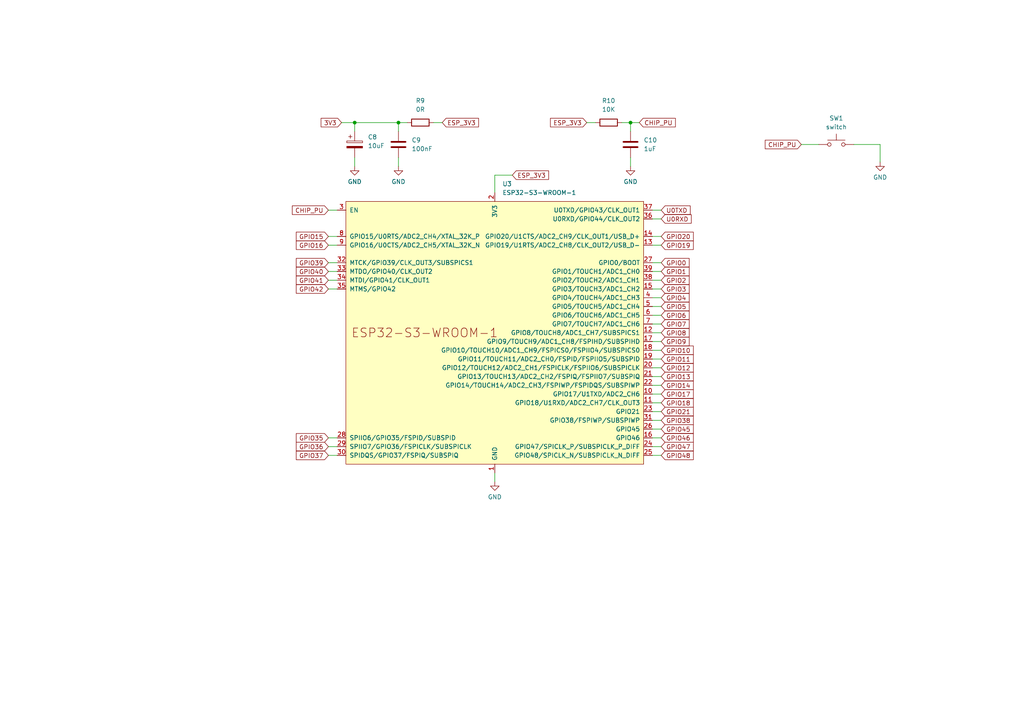
<source format=kicad_sch>
(kicad_sch (version 20231120) (generator "eeschema") (generator_version "8.0")
  (paper "A4")
  (lib_symbols
    (symbol "Device:C" (pin_numbers hide) (pin_names (offset 0.254))
      (property "Reference" "C" (at 0.635 2.54 0))
      (property "Value" "C" (at 0.635 -2.54 0))
      (symbol "C_0_1"
        (polyline (pts (xy -2.032 -0.762) (xy 2.032 -0.762)) (stroke (width 0.508)))
        (polyline (pts (xy -2.032 0.762) (xy 2.032 0.762)) (stroke (width 0.508)))
      )
      (symbol "C_1_1"
        (pin passive line (at 0 3.81 270) (length 2.794) (name "~") (number "1"))
        (pin passive line (at 0 -3.81 90) (length 2.794) (name "~") (number "2"))
      )
    )
    (symbol "Device:C_Polarized" (pin_numbers hide) (pin_names (offset 0.254))
      (property "Reference" "C" (at 0.635 2.54 0))
      (property "Value" "C_Polarized" (at 0.635 -2.54 0))
      (symbol "C_Polarized_0_1"
        (rectangle (start -2.286 0.508) (end 2.286 1.016))
        (polyline (pts (xy -1.778 2.286) (xy -0.762 2.286)))
        (polyline (pts (xy -1.27 2.794) (xy -1.27 1.778)))
        (rectangle (start 2.286 -0.508) (end -2.286 -1.016) (fill (type outline)))
      )
      (symbol "C_Polarized_1_1"
        (pin passive line (at 0 3.81 270) (length 2.794) (name "~") (number "1"))
        (pin passive line (at 0 -3.81 90) (length 2.794) (name "~") (number "2"))
      )
    )
    (symbol "Device:R" (pin_numbers hide) (pin_names (offset 0))
      (property "Reference" "R" (at 2.032 0 90))
      (property "Value" "R" (at 0 0 90))
      (symbol "R_0_1"
        (rectangle (start -1.016 -2.54) (end 1.016 2.54) (stroke (width 0.254)))
      )
      (symbol "R_1_1"
        (pin passive line (at 0 3.81 270) (length 1.27) (name "~") (number "1"))
        (pin passive line (at 0 -3.81 90) (length 1.27) (name "~") (number "2"))
      )
    )
    (symbol "Espressif:ESP32-S3-WROOM-1" (pin_names (offset 1.016))
      (property "Reference" "U" (at -43.18 43.18 0))
      (property "Value" "ESP32-S3-WROOM-1" (at -43.18 40.64 0))
      (symbol "ESP32-S3-WROOM-1_0_0"
        (text "ESP32-S3-WROOM-1" (at -20.32 0 0) (effects (font (size 2.54 2.54))))
        (pin power_in line (at 0 -40.64 90) (length 2.54) (name "GND") (number "1"))
        (pin bidirectional line (at 45.72 -17.78 180) (length 2.54) (name "GPIO17/U1TXD/ADC2_CH6") (number "10"))
        (pin bidirectional line (at 45.72 -20.32 180) (length 2.54) (name "GPIO18/U1RXD/ADC2_CH7/CLK_OUT3") (number "11"))
        (pin bidirectional line (at 45.72 0 180) (length 2.54) (name "GPIO8/TOUCH8/ADC1_CH7/SUBSPICS1") (number "12"))
        (pin bidirectional line (at 45.72 25.4 180) (length 2.54) (name "GPIO19/U1RTS/ADC2_CH8/CLK_OUT2/USB_D-") (number "13"))
        (pin bidirectional line (at 45.72 27.94 180) (length 2.54) (name "GPIO20/U1CTS/ADC2_CH9/CLK_OUT1/USB_D+") (number "14"))
        (pin bidirectional line (at 45.72 12.7 180) (length 2.54) (name "GPIO3/TOUCH3/ADC1_CH2") (number "15"))
        (pin bidirectional line (at 45.72 -30.48 180) (length 2.54) (name "GPIO46") (number "16"))
        (pin bidirectional line (at 45.72 -2.54 180) (length 2.54) (name "GPIO9/TOUCH9/ADC1_CH8/FSPIHD/SUBSPIHD") (number "17"))
        (pin bidirectional line (at 45.72 -5.08 180) (length 2.54) (name "GPIO10/TOUCH10/ADC1_CH9/FSPICS0/FSPIIO4/SUBSPICS0") (number "18"))
        (pin bidirectional line (at 45.72 -7.62 180) (length 2.54) (name "GPIO11/TOUCH11/ADC2_CH0/FSPID/FSPIIO5/SUBSPID") (number "19"))
        (pin power_in line (at 0 40.64 270) (length 2.54) (name "3V3") (number "2"))
        (pin bidirectional line (at 45.72 -10.16 180) (length 2.54) (name "GPIO12/TOUCH12/ADC2_CH1/FSPICLK/FSPIIO6/SUBSPICLK") (number "20"))
        (pin bidirectional line (at 45.72 -12.7 180) (length 2.54) (name "GPIO13/TOUCH13/ADC2_CH2/FSPIQ/FSPIIO7/SUBSPIQ") (number "21"))
        (pin bidirectional line (at 45.72 -15.24 180) (length 2.54) (name "GPIO14/TOUCH14/ADC2_CH3/FSPIWP/FSPIDQS/SUBSPIWP") (number "22"))
        (pin bidirectional line (at 45.72 -22.86 180) (length 2.54) (name "GPIO21") (number "23"))
        (pin bidirectional line (at 45.72 -33.02 180) (length 2.54) (name "GPIO47/SPICLK_P/SUBSPICLK_P_DIFF") (number "24"))
        (pin bidirectional line (at 45.72 -35.56 180) (length 2.54) (name "GPIO48/SPICLK_N/SUBSPICLK_N_DIFF") (number "25"))
        (pin bidirectional line (at 45.72 -27.94 180) (length 2.54) (name "GPIO45") (number "26"))
        (pin bidirectional line (at 45.72 20.32 180) (length 2.54) (name "GPIO0/BOOT") (number "27"))
        (pin bidirectional line (at -45.72 -30.48 0) (length 2.54) (name "SPIIO6/GPIO35/FSPID/SUBSPID") (number "28"))
        (pin bidirectional line (at -45.72 -33.02 0) (length 2.54) (name "SPIIO7/GPIO36/FSPICLK/SUBSPICLK") (number "29"))
        (pin input line (at -45.72 35.56 0) (length 2.54) (name "EN") (number "3"))
        (pin bidirectional line (at -45.72 -35.56 0) (length 2.54) (name "SPIDQS/GPIO37/FSPIQ/SUBSPIQ") (number "30"))
        (pin bidirectional line (at 45.72 -25.4 180) (length 2.54) (name "GPIO38/FSPIWP/SUBSPIWP") (number "31"))
        (pin bidirectional line (at -45.72 20.32 0) (length 2.54) (name "MTCK/GPIO39/CLK_OUT3/SUBSPICS1") (number "32"))
        (pin bidirectional line (at -45.72 17.78 0) (length 2.54) (name "MTDO/GPIO40/CLK_OUT2") (number "33"))
        (pin bidirectional line (at -45.72 15.24 0) (length 2.54) (name "MTDI/GPIO41/CLK_OUT1") (number "34"))
        (pin bidirectional line (at -45.72 12.7 0) (length 2.54) (name "MTMS/GPIO42") (number "35"))
        (pin bidirectional line (at 45.72 33.02 180) (length 2.54) (name "U0RXD/GPIO44/CLK_OUT2") (number "36"))
        (pin bidirectional line (at 45.72 35.56 180) (length 2.54) (name "U0TXD/GPIO43/CLK_OUT1") (number "37"))
        (pin bidirectional line (at 45.72 15.24 180) (length 2.54) (name "GPIO2/TOUCH2/ADC1_CH1") (number "38"))
        (pin bidirectional line (at 45.72 17.78 180) (length 2.54) (name "GPIO1/TOUCH1/ADC1_CH0") (number "39"))
        (pin bidirectional line (at 45.72 10.16 180) (length 2.54) (name "GPIO4/TOUCH4/ADC1_CH3") (number "4"))
        (pin passive line (at 0 -40.64 90) (length 2.54) hide (name "GND") (number "40"))
        (pin passive line (at 0 -40.64 90) (length 2.54) hide (name "GND") (number "41"))
        (pin bidirectional line (at 45.72 7.62 180) (length 2.54) (name "GPIO5/TOUCH5/ADC1_CH4") (number "5"))
        (pin bidirectional line (at 45.72 5.08 180) (length 2.54) (name "GPIO6/TOUCH6/ADC1_CH5") (number "6"))
        (pin bidirectional line (at 45.72 2.54 180) (length 2.54) (name "GPIO7/TOUCH7/ADC1_CH6") (number "7"))
        (pin bidirectional line (at -45.72 27.94 0) (length 2.54) (name "GPIO15/U0RTS/ADC2_CH4/XTAL_32K_P") (number "8"))
        (pin bidirectional line (at -45.72 25.4 0) (length 2.54) (name "GPIO16/U0CTS/ADC2_CH5/XTAL_32K_N") (number "9"))
      )
      (symbol "ESP32-S3-WROOM-1_0_1"
        (rectangle (start -43.18 38.1) (end 43.18 -38.1) (fill (type background)))
      )
    )
    (symbol "Switch:SW_Omron_B3FS" (pin_numbers hide) (pin_names (offset 1.016) hide)
      (property "Reference" "SW" (at 1.27 2.54 0))
      (property "Value" "SW_Omron_B3FS" (at 0 -1.524 0))
      (symbol "SW_Omron_B3FS_0_1"
        (circle (center -2.032 0) (radius 0.508))
        (polyline (pts (xy 0 1.27) (xy 0 3.048)))
        (polyline (pts (xy 2.54 1.27) (xy -2.54 1.27)))
        (circle (center 2.032 0) (radius 0.508))
        (pin passive line (at -5.08 0 0) (length 2.54) (name "1") (number "1"))
        (pin passive line (at 5.08 0 180) (length 2.54) (name "2") (number "2"))
      )
    )
    (symbol "power:GND" (power) (pin_names (offset 0))
      (property "Value" "GND" (at 0 -3.81 0))
      (symbol "GND_0_1"
        (polyline (pts (xy 0 0) (xy 0 -1.27) (xy 1.27 -1.27) (xy 0 -2.54) (xy -1.27 -1.27) (xy 0 -1.27)))
      )
      (symbol "GND_1_1"
        (pin power_in line (at 0 0 270) (length 0) hide (name "GND") (number "1"))
      )
    )
  )
  (junction (at 182.88 35.56))
  (junction (at 102.87 35.56))
  (junction (at 115.57 35.56))
  (wire (pts (xy 191.77 114.3) (xy 189.23 114.3)))
  (wire (pts (xy 182.88 35.56) (xy 180.34 35.56)))
  (wire (pts (xy 191.77 68.58) (xy 189.23 68.58)))
  (wire (pts (xy 191.77 129.54) (xy 189.23 129.54)))
  (wire (pts (xy 191.77 104.14) (xy 189.23 104.14)))
  (wire (pts (xy 191.77 106.68) (xy 189.23 106.68)))
  (wire (pts (xy 191.77 109.22) (xy 189.23 109.22)))
  (wire (pts (xy 191.77 86.36) (xy 189.23 86.36)))
  (wire (pts (xy 191.77 101.6) (xy 189.23 101.6)))
  (wire (pts (xy 191.77 71.12) (xy 189.23 71.12)))
  (wire (pts (xy 102.87 35.56) (xy 115.57 35.56)))
  (wire (pts (xy 191.77 78.74) (xy 189.23 78.74)))
  (wire (pts (xy 115.57 45.72) (xy 115.57 48.26)))
  (wire (pts (xy 191.77 124.46) (xy 189.23 124.46)))
  (wire (pts (xy 191.77 132.08) (xy 189.23 132.08)))
  (wire (pts (xy 191.77 88.9) (xy 189.23 88.9)))
  (wire (pts (xy 191.77 111.76) (xy 189.23 111.76)))
  (wire (pts (xy 143.51 50.8) (xy 148.59 50.8)))
  (wire (pts (xy 95.25 60.96) (xy 97.79 60.96)))
  (wire (pts (xy 191.77 127) (xy 189.23 127)))
  (wire (pts (xy 189.23 63.5) (xy 191.77 63.5)))
  (wire (pts (xy 247.65 41.91) (xy 255.27 41.91)))
  (wire (pts (xy 170.18 35.56) (xy 172.72 35.56)))
  (wire (pts (xy 191.77 96.52) (xy 189.23 96.52)))
  (wire (pts (xy 95.25 127) (xy 97.79 127)))
  (wire (pts (xy 102.87 45.72) (xy 102.87 48.26)))
  (wire (pts (xy 182.88 38.1) (xy 182.88 35.56)))
  (wire (pts (xy 191.77 83.82) (xy 189.23 83.82)))
  (wire (pts (xy 102.87 38.1) (xy 102.87 35.56)))
  (wire (pts (xy 191.77 119.38) (xy 189.23 119.38)))
  (wire (pts (xy 189.23 60.96) (xy 191.77 60.96)))
  (wire (pts (xy 191.77 99.06) (xy 189.23 99.06)))
  (wire (pts (xy 128.27 35.56) (xy 125.73 35.56)))
  (wire (pts (xy 95.25 78.74) (xy 97.79 78.74)))
  (wire (pts (xy 143.51 55.88) (xy 143.51 50.8)))
  (wire (pts (xy 191.77 116.84) (xy 189.23 116.84)))
  (wire (pts (xy 182.88 45.72) (xy 182.88 48.26)))
  (wire (pts (xy 182.88 35.56) (xy 185.42 35.56)))
  (wire (pts (xy 118.11 35.56) (xy 115.57 35.56)))
  (wire (pts (xy 95.25 132.08) (xy 97.79 132.08)))
  (wire (pts (xy 95.25 71.12) (xy 97.79 71.12)))
  (wire (pts (xy 99.06 35.56) (xy 102.87 35.56)))
  (wire (pts (xy 255.27 41.91) (xy 255.27 46.99)))
  (wire (pts (xy 95.25 68.58) (xy 97.79 68.58)))
  (wire (pts (xy 191.77 91.44) (xy 189.23 91.44)))
  (wire (pts (xy 191.77 76.2) (xy 189.23 76.2)))
  (wire (pts (xy 232.41 41.91) (xy 237.49 41.91)))
  (wire (pts (xy 191.77 81.28) (xy 189.23 81.28)))
  (wire (pts (xy 95.25 83.82) (xy 97.79 83.82)))
  (wire (pts (xy 191.77 121.92) (xy 189.23 121.92)))
  (wire (pts (xy 95.25 76.2) (xy 97.79 76.2)))
  (wire (pts (xy 95.25 129.54) (xy 97.79 129.54)))
  (wire (pts (xy 95.25 81.28) (xy 97.79 81.28)))
  (wire (pts (xy 143.51 139.7) (xy 143.51 137.16)))
  (wire (pts (xy 191.77 93.98) (xy 189.23 93.98)))
  (wire (pts (xy 115.57 35.56) (xy 115.57 38.1)))
  (global_label "CHIP_PU" (shape input) (at 232.41 41.91 180) (property "Intersheetrefs" "${INTERSHEET_REFS}" (effects (hide yes))))
  (global_label "GPIO38" (shape input) (at 191.77 121.92 0) (property "Intersheetrefs" "${INTERSHEET_REFS}" (effects (hide yes))))
  (global_label "U0TXD" (shape input) (at 191.77 60.96 0) (property "Intersheetrefs" "${INTERSHEET_REFS}" (effects (hide yes))))
  (global_label "GPIO7" (shape input) (at 191.77 93.98 0) (property "Intersheetrefs" "${INTERSHEET_REFS}" (effects (hide yes))))
  (global_label "GPIO12" (shape input) (at 191.77 106.68 0) (property "Intersheetrefs" "${INTERSHEET_REFS}" (effects (hide yes))))
  (global_label "GPIO35" (shape input) (at 95.25 127 180) (property "Intersheetrefs" "${INTERSHEET_REFS}" (effects (hide yes))))
  (global_label "GPIO48" (shape input) (at 191.77 132.08 0) (property "Intersheetrefs" "${INTERSHEET_REFS}" (effects (hide yes))))
  (global_label "GPIO4" (shape input) (at 191.77 86.36 0) (property "Intersheetrefs" "${INTERSHEET_REFS}" (effects (hide yes))))
  (global_label "GPIO3" (shape input) (at 191.77 83.82 0) (property "Intersheetrefs" "${INTERSHEET_REFS}" (effects (hide yes))))
  (global_label "GPIO47" (shape input) (at 191.77 129.54 0) (property "Intersheetrefs" "${INTERSHEET_REFS}" (effects (hide yes))))
  (global_label "GPIO18" (shape input) (at 191.77 116.84 0) (property "Intersheetrefs" "${INTERSHEET_REFS}" (effects (hide yes))))
  (global_label "GPIO19" (shape input) (at 191.77 71.12 0) (property "Intersheetrefs" "${INTERSHEET_REFS}" (effects (hide yes))))
  (global_label "ESP_3V3" (shape input) (at 170.18 35.56 180) (property "Intersheetrefs" "${INTERSHEET_REFS}" (effects (hide yes))))
  (global_label "GPIO39" (shape input) (at 95.25 76.2 180) (property "Intersheetrefs" "${INTERSHEET_REFS}" (effects (hide yes))))
  (global_label "GPIO36" (shape input) (at 95.25 129.54 180) (property "Intersheetrefs" "${INTERSHEET_REFS}" (effects (hide yes))))
  (global_label "GPIO10" (shape input) (at 191.77 101.6 0) (property "Intersheetrefs" "${INTERSHEET_REFS}" (effects (hide yes))))
  (global_label "GPIO14" (shape input) (at 191.77 111.76 0) (property "Intersheetrefs" "${INTERSHEET_REFS}" (effects (hide yes))))
  (global_label "GPIO8" (shape input) (at 191.77 96.52 0) (property "Intersheetrefs" "${INTERSHEET_REFS}" (effects (hide yes))))
  (global_label "CHIP_PU" (shape input) (at 185.42 35.56 0) (property "Intersheetrefs" "${INTERSHEET_REFS}" (effects (hide yes))))
  (global_label "GPIO9" (shape input) (at 191.77 99.06 0) (property "Intersheetrefs" "${INTERSHEET_REFS}" (effects (hide yes))))
  (global_label "GPIO21" (shape input) (at 191.77 119.38 0) (property "Intersheetrefs" "${INTERSHEET_REFS}" (effects (hide yes))))
  (global_label "GPIO45" (shape input) (at 191.77 124.46 0) (property "Intersheetrefs" "${INTERSHEET_REFS}" (effects (hide yes))))
  (global_label "3V3" (shape input) (at 99.06 35.56 180) (property "Intersheetrefs" "${INTERSHEET_REFS}" (effects (hide yes))))
  (global_label "GPIO16" (shape input) (at 95.25 71.12 180) (property "Intersheetrefs" "${INTERSHEET_REFS}" (effects (hide yes))))
  (global_label "GPIO1" (shape input) (at 191.77 78.74 0) (property "Intersheetrefs" "${INTERSHEET_REFS}" (effects (hide yes))))
  (global_label "GPIO11" (shape input) (at 191.77 104.14 0) (property "Intersheetrefs" "${INTERSHEET_REFS}" (effects (hide yes))))
  (global_label "GPIO0" (shape input) (at 191.77 76.2 0) (property "Intersheetrefs" "${INTERSHEET_REFS}" (effects (hide yes))))
  (global_label "GPIO41" (shape input) (at 95.25 81.28 180) (property "Intersheetrefs" "${INTERSHEET_REFS}" (effects (hide yes))))
  (global_label "ESP_3V3" (shape input) (at 128.27 35.56 0) (property "Intersheetrefs" "${INTERSHEET_REFS}" (effects (hide yes))))
  (global_label "GPIO2" (shape input) (at 191.77 81.28 0) (property "Intersheetrefs" "${INTERSHEET_REFS}" (effects (hide yes))))
  (global_label "GPIO5" (shape input) (at 191.77 88.9 0) (property "Intersheetrefs" "${INTERSHEET_REFS}" (effects (hide yes))))
  (global_label "GPIO17" (shape input) (at 191.77 114.3 0) (property "Intersheetrefs" "${INTERSHEET_REFS}" (effects (hide yes))))
  (global_label "GPIO46" (shape input) (at 191.77 127 0) (property "Intersheetrefs" "${INTERSHEET_REFS}" (effects (hide yes))))
  (global_label "U0RXD" (shape input) (at 191.77 63.5 0) (property "Intersheetrefs" "${INTERSHEET_REFS}" (effects (hide yes))))
  (global_label "GPIO20" (shape input) (at 191.77 68.58 0) (property "Intersheetrefs" "${INTERSHEET_REFS}" (effects (hide yes))))
  (global_label "GPIO15" (shape input) (at 95.25 68.58 180) (property "Intersheetrefs" "${INTERSHEET_REFS}" (effects (hide yes))))
  (global_label "GPIO13" (shape input) (at 191.77 109.22 0) (property "Intersheetrefs" "${INTERSHEET_REFS}" (effects (hide yes))))
  (global_label "GPIO6" (shape input) (at 191.77 91.44 0) (property "Intersheetrefs" "${INTERSHEET_REFS}" (effects (hide yes))))
  (global_label "GPIO37" (shape input) (at 95.25 132.08 180) (property "Intersheetrefs" "${INTERSHEET_REFS}" (effects (hide yes))))
  (global_label "ESP_3V3" (shape input) (at 148.59 50.8 0) (property "Intersheetrefs" "${INTERSHEET_REFS}" (effects (hide yes))))
  (global_label "GPIO42" (shape input) (at 95.25 83.82 180) (property "Intersheetrefs" "${INTERSHEET_REFS}" (effects (hide yes))))
  (global_label "GPIO40" (shape input) (at 95.25 78.74 180) (property "Intersheetrefs" "${INTERSHEET_REFS}" (effects (hide yes))))
  (global_label "CHIP_PU" (shape input) (at 95.25 60.96 180) (property "Intersheetrefs" "${INTERSHEET_REFS}" (effects (hide yes))))
  (symbol (lib_id "Device:R") (at 121.92 35.56 90) (unit 1)
    (property "Reference" "R9" (at 121.92 29.21 90))
    (property "Value" "0R" (at 121.92 31.75 90))
    (property "Footprint" "Resistor_SMD:R_0805_2012Metric" (effects (hide yes)))
  )
  (symbol (lib_id "power:GND") (at 102.87 48.26 0) (unit 1)
    (property "Reference" "#PWR017" (effects (hide yes)))
    (property "Value" "GND" (at 102.87 52.705 0))
  )
  (symbol (lib_id "power:GND") (at 182.88 48.26 0) (unit 1)
    (property "Reference" "#PWR020" (effects (hide yes)))
    (property "Value" "GND" (at 182.88 52.705 0))
  )
  (symbol (lib_id "Switch:SW_Omron_B3FS") (at 242.57 41.91 0) (unit 1)
    (property "Reference" "SW1" (at 242.57 34.29 0))
    (property "Value" "switch" (at 242.57 36.83 0))
    (property "Footprint" "Button_Switch_SMD:SW_Push_1P1T_NO_CK_KMR2" (effects (hide yes)))
  )
  (symbol (lib_id "Espressif:ESP32-S3-WROOM-1") (at 143.51 96.52 0) (unit 1)
    (property "Reference" "U3" (at 145.7041 53.34 0) (effects (justify left)))
    (property "Value" "ESP32-S3-WROOM-1" (at 145.7041 55.88 0) (effects (justify left)))
    (property "Footprint" "Espressif:ESP32-S3-WROOM-1" (effects (hide yes)))
    (property "Datasheet" "https://www.espressif.com/sites/default/files/documentation/esp32-s3-wroom-1_wroom-1u_datasheet_en.pdf" (effects (hide yes)))
  )
  (symbol (lib_id "Device:C_Polarized") (at 102.87 41.91 0) (unit 1)
    (property "Reference" "C8" (at 106.68 39.751 0) (effects (justify left)))
    (property "Value" "10uF" (at 106.68 42.291 0) (effects (justify left)))
    (property "Footprint" "Capacitor_SMD:C_0805_2012Metric" (effects (hide yes)))
  )
  (symbol (lib_id "power:GND") (at 115.57 48.26 0) (unit 1)
    (property "Reference" "#PWR018" (effects (hide yes)))
    (property "Value" "GND" (at 115.57 52.705 0))
  )
  (symbol (lib_id "Device:C") (at 115.57 41.91 0) (unit 1)
    (property "Reference" "C9" (at 119.38 40.64 0) (effects (justify left)))
    (property "Value" "100nF" (at 119.38 43.18 0) (effects (justify left)))
    (property "Footprint" "Capacitor_SMD:C_0805_2012Metric" (effects (hide yes)))
  )
  (symbol (lib_id "Device:R") (at 176.53 35.56 90) (unit 1)
    (property "Reference" "R10" (at 176.53 29.21 90))
    (property "Value" "10K" (at 176.53 31.75 90))
    (property "Footprint" "Resistor_SMD:R_0805_2012Metric" (effects (hide yes)))
  )
  (symbol (lib_id "power:GND") (at 255.27 46.99 0) (unit 1)
    (property "Reference" "#PWR029" (effects (hide yes)))
    (property "Value" "GND" (at 255.27 51.435 0))
  )
  (symbol (lib_id "Device:C") (at 182.88 41.91 0) (unit 1)
    (property "Reference" "C10" (at 186.69 40.64 0) (effects (justify left)))
    (property "Value" "1uF" (at 186.69 43.18 0) (effects (justify left)))
    (property "Footprint" "Capacitor_SMD:C_0805_2012Metric" (effects (hide yes)))
  )
  (symbol (lib_id "power:GND") (at 143.51 139.7 0) (unit 1)
    (property "Reference" "#PWR019" (effects (hide yes)))
    (property "Value" "GND" (at 143.51 144.145 0))
  )
)
</source>
